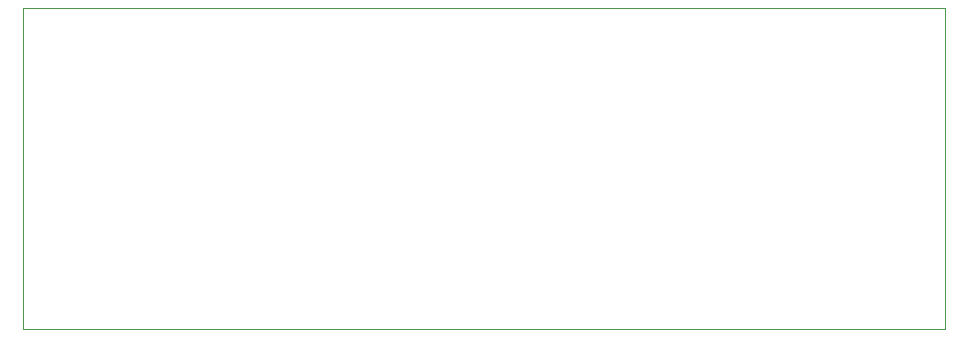
<source format=gbr>
%TF.GenerationSoftware,KiCad,Pcbnew,9.0.0*%
%TF.CreationDate,2025-03-31T17:07:40+02:00*%
%TF.ProjectId,Project Hub,50726f6a-6563-4742-9048-75622e6b6963,rev?*%
%TF.SameCoordinates,Original*%
%TF.FileFunction,Profile,NP*%
%FSLAX46Y46*%
G04 Gerber Fmt 4.6, Leading zero omitted, Abs format (unit mm)*
G04 Created by KiCad (PCBNEW 9.0.0) date 2025-03-31 17:07:40*
%MOMM*%
%LPD*%
G01*
G04 APERTURE LIST*
%TA.AperFunction,Profile*%
%ADD10C,0.050000*%
%TD*%
G04 APERTURE END LIST*
D10*
X106680000Y-109220000D02*
X40640000Y-109220000D01*
X40640000Y-82042000D02*
X106680000Y-82042000D01*
X112680000Y-109220000D02*
X112680000Y-82042000D01*
X34640000Y-109220000D02*
X34640000Y-82042000D01*
X34640000Y-82042000D02*
X40640000Y-82042000D01*
X34640000Y-109220000D02*
X40640000Y-109220000D01*
X112680000Y-82042000D02*
X106680000Y-82042000D01*
X112680000Y-109220000D02*
X106680000Y-109220000D01*
M02*

</source>
